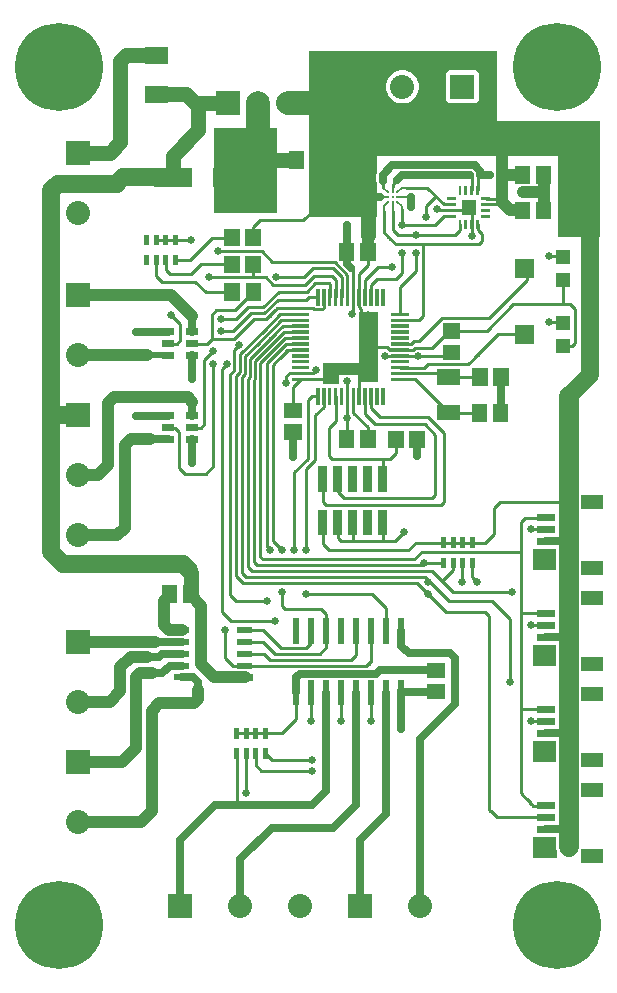
<source format=gbr>
G04 start of page 2 for group 0 idx 0 *
G04 Title: (unknown), component *
G04 Creator: pcb 4.0.2 *
G04 CreationDate: Wed Jul  1 19:07:19 2020 UTC *
G04 For: ndholmes *
G04 Format: Gerber/RS-274X *
G04 PCB-Dimensions (mil): 2000.00 3200.00 *
G04 PCB-Coordinate-Origin: lower left *
%MOIN*%
%FSLAX25Y25*%
%LNTOP*%
%ADD28C,0.0450*%
%ADD27C,0.0480*%
%ADD26C,0.1285*%
%ADD25C,0.0120*%
%ADD24C,0.0260*%
%ADD23C,0.0095*%
%ADD22C,0.0787*%
%ADD21C,0.2937*%
%ADD20C,0.0060*%
%ADD19C,0.0400*%
%ADD18C,0.0200*%
%ADD17C,0.0800*%
%ADD16C,0.0600*%
%ADD15C,0.0500*%
%ADD14C,0.0650*%
%ADD13C,0.0250*%
%ADD12C,0.0100*%
%ADD11C,0.0001*%
G54D11*G36*
X175000Y46500D02*X182750D01*
Y43000D01*
X182789Y42333D01*
X182946Y41683D01*
X183000Y41551D01*
Y39500D01*
X175000D01*
Y46500D01*
G37*
G36*
Y78500D02*X182750D01*
Y71500D01*
X175000D01*
Y78500D01*
G37*
G36*
Y110500D02*X182750D01*
Y103500D01*
X175000D01*
Y110500D01*
G37*
G36*
X68600Y282600D02*X89800D01*
Y254500D01*
X68600D01*
Y282600D01*
G37*
G36*
X117546Y221500D02*X123500D01*
Y198000D01*
X117000D01*
Y221455D01*
X117152Y221443D01*
X117387Y221462D01*
X117546Y221500D01*
G37*
G36*
X106500Y204500D02*X120000D01*
Y200500D01*
X106500D01*
Y204500D01*
G37*
G36*
X105000D02*X110500D01*
Y197500D01*
X105000D01*
Y204500D01*
G37*
G36*
X175000Y142500D02*X182750D01*
Y135500D01*
X175000D01*
Y142500D01*
G37*
G36*
X151500Y308500D02*X163000D01*
Y273500D01*
X151500D01*
Y291007D01*
X155735Y291014D01*
X155965Y291069D01*
X156183Y291159D01*
X156384Y291283D01*
X156564Y291436D01*
X156717Y291616D01*
X156841Y291817D01*
X156931Y292035D01*
X156986Y292265D01*
X157000Y292500D01*
X156986Y300735D01*
X156931Y300965D01*
X156841Y301183D01*
X156717Y301384D01*
X156564Y301564D01*
X156384Y301717D01*
X156183Y301841D01*
X155965Y301931D01*
X155735Y301986D01*
X155500Y302000D01*
X151500Y301993D01*
Y308500D01*
G37*
G36*
X131492D02*X151500D01*
Y301993D01*
X147265Y301986D01*
X147035Y301931D01*
X146817Y301841D01*
X146616Y301717D01*
X146436Y301564D01*
X146283Y301384D01*
X146159Y301183D01*
X146069Y300965D01*
X146014Y300735D01*
X146000Y300500D01*
X146014Y292265D01*
X146069Y292035D01*
X146159Y291817D01*
X146283Y291616D01*
X146436Y291436D01*
X146616Y291283D01*
X146817Y291159D01*
X147035Y291069D01*
X147265Y291014D01*
X147500Y291000D01*
X151500Y291007D01*
Y273500D01*
X131492D01*
Y290984D01*
X131500Y290983D01*
X132363Y291051D01*
X133205Y291253D01*
X134005Y291584D01*
X134743Y292037D01*
X135401Y292599D01*
X135963Y293257D01*
X136416Y293995D01*
X136747Y294795D01*
X136949Y295637D01*
X137000Y296500D01*
X136949Y297363D01*
X136747Y298205D01*
X136416Y299005D01*
X135963Y299743D01*
X135401Y300401D01*
X134743Y300963D01*
X134005Y301416D01*
X133205Y301747D01*
X132363Y301949D01*
X131500Y302017D01*
X131492Y302016D01*
Y308500D01*
G37*
G36*
X103000D02*X131492D01*
Y302016D01*
X130637Y301949D01*
X129795Y301747D01*
X128995Y301416D01*
X128257Y300963D01*
X127599Y300401D01*
X127037Y299743D01*
X126584Y299005D01*
X126253Y298205D01*
X126051Y297363D01*
X125983Y296500D01*
X126051Y295637D01*
X126253Y294795D01*
X126584Y293995D01*
X127037Y293257D01*
X127599Y292599D01*
X128257Y292037D01*
X128995Y291584D01*
X129795Y291253D01*
X130637Y291051D01*
X131492Y290984D01*
Y273500D01*
X103000D01*
Y308500D01*
G37*
G36*
X154500Y285000D02*X197500D01*
Y273500D01*
X154500D01*
Y285000D01*
G37*
G36*
X183500D02*X197500D01*
Y246500D01*
X183500D01*
Y285000D01*
G37*
G36*
X100500Y308500D02*X123000D01*
Y267933D01*
X122921Y267603D01*
X122921Y267603D01*
X122893Y267250D01*
X122900Y267162D01*
Y265250D01*
X122921Y264897D01*
X123000Y264567D01*
Y260700D01*
X122800D01*
X122659Y260692D01*
X122521Y260659D01*
X122390Y260604D01*
X122269Y260530D01*
X122162Y260438D01*
X122070Y260331D01*
X121996Y260210D01*
X121941Y260079D01*
X121908Y259941D01*
X121897Y259800D01*
X121908Y259659D01*
X121941Y259521D01*
X121996Y259390D01*
X122070Y259269D01*
X122162Y259162D01*
X122269Y259070D01*
X122390Y258996D01*
X122521Y258941D01*
X122659Y258908D01*
X122800Y258900D01*
X123000D01*
Y253000D01*
X122158D01*
X122194Y253087D01*
X122279Y253439D01*
X122300Y253800D01*
X122279Y254161D01*
X122194Y254513D01*
X122056Y254847D01*
X121866Y255156D01*
X121631Y255431D01*
X121356Y255666D01*
X121047Y255856D01*
X120713Y255994D01*
X120361Y256079D01*
X120000Y256107D01*
X119639Y256079D01*
X119287Y255994D01*
X118953Y255856D01*
X118644Y255666D01*
X118369Y255431D01*
X118134Y255156D01*
X117944Y254847D01*
X117806Y254513D01*
X117721Y254161D01*
X117693Y253800D01*
X117721Y253439D01*
X117806Y253087D01*
X117842Y253000D01*
X100500D01*
Y308500D01*
G37*
G54D12*X145668Y200942D02*X146900Y199710D01*
X135826Y198974D02*X146995Y187805D01*
X146905Y199705D02*X146800Y199810D01*
X157357Y199705D02*X146905D01*
G54D13*X164343Y187805D02*Y199605D01*
X164443Y199705D01*
G54D12*X157500Y199848D02*X157357Y199705D01*
X157257Y187805D02*X146995D01*
G54D13*X136500Y173500D02*Y178893D01*
X136443Y178950D01*
G54D12*X140000Y186500D02*X145500Y181000D01*
X139000Y184000D02*X142500Y180500D01*
X130735Y200942D02*X145668D01*
X130735Y198974D02*X135826D01*
X130735Y202911D02*X138911D01*
X140000Y204000D01*
X135700Y209400D02*X141300D01*
X132000Y210784D02*X134484D01*
X135500Y211800D01*
X137000D01*
X130735Y218658D02*X137158D01*
X131152Y206800D02*X131200Y206848D01*
X135600Y206800D02*X125800D01*
X133884Y208816D02*X135116D01*
X135700Y209400D01*
X130735Y210784D02*X133284D01*
X130700Y208816D02*X135016D01*
X130516D02*X127284D01*
X126500Y209600D01*
X122900D01*
X137158Y218658D02*X138500Y220000D01*
X146986Y215086D02*X143000Y211100D01*
X138300Y213100D02*X144700Y219500D01*
X137000Y211800D02*X139100Y213900D01*
X144700Y219500D02*X159800D01*
X160500D02*X157500D01*
X146986Y215086D02*X159586D01*
X141300Y209400D02*X143600Y211700D01*
X135700Y206800D02*X146700D01*
X147900Y208000D01*
X140000Y204000D02*X153500D01*
X157000Y207500D01*
X163500Y214000D02*X155500Y206000D01*
G54D14*X187000Y43000D02*Y193500D01*
G54D13*X186969Y49031D02*X187000Y49000D01*
X186969Y81031D02*X187000Y81000D01*
X186969Y113031D02*X187000Y113000D01*
X186969Y145031D02*X187000Y145000D01*
X179500Y113031D02*X186969D01*
G54D12*X171000Y89000D02*X179406D01*
X179500Y88906D01*
X171000Y151500D02*Y61000D01*
Y121000D02*X179406D01*
X179500Y120906D01*
X174500Y117000D02*X179469D01*
X179500Y116969D01*
G54D13*X131200Y115050D02*Y110200D01*
G54D12*X126200Y115050D02*Y122800D01*
X121500Y127500D01*
X127500Y131000D02*X122500D01*
X126000D02*X133000D01*
X128000Y133000D02*X135000D01*
X138000Y141500D02*X135500Y139000D01*
X131500D01*
X138000Y137000D02*X131000D01*
X141500Y135000D02*X148500Y128000D01*
X139000Y133000D02*X147000Y125000D01*
X136500Y131000D02*X146000Y121500D01*
X148500Y135500D02*X144750Y131750D01*
X145351Y137804D02*X138804D01*
X138000Y137000D01*
X132000Y135000D02*X141500D01*
X133500Y133000D02*X139000D01*
X132000Y131000D02*X136500D01*
X145500Y181000D02*Y158000D01*
X122500Y184000D02*X139000D01*
X142500Y180500D02*Y160500D01*
X141500Y159500D01*
X145500Y158000D02*X144500Y157000D01*
G54D13*X179500Y49031D02*X186969D01*
G54D12*X179500Y56906D02*X175094D01*
X173000Y59000D01*
X174250Y57750D01*
X171000Y61000D02*X174500Y57500D01*
G54D13*X179500Y81031D02*X186969D01*
G54D12*X179469Y85000D02*X179500Y84969D01*
X174500Y85000D02*X179469D01*
X160500Y120000D02*Y55469D01*
X163000Y52969D01*
X160984Y54984D01*
X179500Y52969D02*X163000D01*
X167500Y98000D02*Y119000D01*
X148500Y128000D02*X165500D01*
X147000Y125000D02*X154500D01*
X153500D02*X161500D01*
X146000Y121500D02*X159000D01*
X148500Y137804D02*Y135500D01*
X151500Y131500D02*Y137654D01*
X151650Y137804D01*
X154799D02*Y133201D01*
X156500Y131500D01*
X161500Y125000D02*X163500Y123000D01*
X159000Y121500D02*X160500Y120000D01*
X168000Y128000D02*X165000D01*
X167500Y119000D02*X163000Y123500D01*
G54D13*X126200Y94550D02*Y57800D01*
Y78500D02*Y54200D01*
X116200Y94550D02*Y57200D01*
X117500Y23500D02*Y45500D01*
X121500Y49500D01*
X126200Y54200D02*X118500Y46500D01*
X116200Y57200D02*X108500Y49500D01*
X137500Y79000D02*Y23500D01*
X131200Y82500D02*Y94550D01*
X142800Y94900D02*X131300D01*
X131200Y95000D01*
X122900Y100900D02*X124100Y102100D01*
X131200Y110200D02*X133600Y107800D01*
X147400D01*
X149100Y106100D01*
X124100Y102100D02*X142686D01*
X142800Y101986D01*
X149100Y106100D02*Y90600D01*
X137500Y79000D01*
X179500Y145031D02*X186969D01*
G54D12*X174500Y149000D02*X179469D01*
X179500Y148969D01*
Y152906D02*X174406D01*
X175406D02*X172406D01*
X171000Y151500D01*
X164000Y158000D02*X187000D01*
X149500Y141500D02*X171000D01*
X115184Y190000D02*Y187816D01*
X121089Y193265D02*Y189411D01*
X124000Y186500D01*
X140000D01*
X119121Y193265D02*Y187379D01*
X115184Y187816D02*X120000Y183000D01*
Y179043D01*
X119121Y187379D02*X122500Y184000D01*
X120000Y179043D02*X120043Y179000D01*
X123000Y172500D02*X108000D01*
X122500D02*X127500D01*
X129000Y174000D01*
X129357Y178950D02*Y174357D01*
X128500Y173500D01*
X125000Y165750D02*Y172500D01*
Y151250D02*Y145000D01*
X110000Y151250D02*Y146000D01*
X115000Y151250D02*Y145000D01*
X110000Y165750D02*Y161500D01*
X112000Y159500D01*
X110000Y146000D02*X111000Y145000D01*
X129000D01*
X132000Y148000D01*
X141500Y159500D02*X115000D01*
X112000D02*X118500D01*
X141500Y144500D02*X159000D01*
X151000Y141500D02*X138000D01*
X133500Y142000D02*X136000Y144500D01*
X143000D01*
X159000D02*X162000Y147500D01*
Y156000D01*
X164000Y158000D01*
G54D15*X23500Y274500D02*X34000D01*
X37500Y278000D01*
Y305000D01*
X39500Y307000D01*
X49500D01*
X55000Y273500D02*Y266000D01*
G54D16*Y266500D02*X38500D01*
X36500Y264500D01*
X36250Y264250D02*X16750D01*
X14500Y262000D01*
G54D15*X49500Y294000D02*X59500D01*
X62500Y291000D01*
X73500D01*
X63500Y282000D02*X55000Y273500D01*
X63500Y282000D02*Y290500D01*
G54D17*X83500Y291000D02*Y282500D01*
G54D15*X96157Y272200D02*X87400D01*
G54D17*X93500Y291000D02*X105500D01*
G54D18*X53300Y207000D02*X45500D01*
G54D19*X24500D02*X46500D01*
X23500Y227000D02*X54500D01*
G54D13*X53400Y214800D02*X42800D01*
G54D16*X23500Y187000D02*X14500D01*
Y262000D02*Y141500D01*
G54D12*X49525Y238709D02*Y233475D01*
X51500Y231500D01*
X52675Y238709D02*Y235325D01*
X54000Y234000D01*
X49525Y245405D02*X55824D01*
X55690Y245500D02*X55595Y245405D01*
G54D19*X54500Y227000D02*X61500Y220000D01*
G54D12*X57500Y217500D02*X54500Y220500D01*
X66400Y210900D02*X68000Y212500D01*
G54D13*X61500Y207000D02*Y199000D01*
G54D12*X68000Y212500D02*Y217000D01*
G54D13*X61500Y214800D02*Y220000D01*
G54D12*Y210900D02*X66400D01*
X53300D02*X56400D01*
X57500Y212000D01*
Y217500D01*
X51500Y231500D02*X62500D01*
X54000Y234000D02*X61000D01*
X63000Y236000D01*
X64300Y237300D02*X62000Y235000D01*
X55824Y238709D02*X60709D01*
X62500Y231500D02*X66000Y228000D01*
X80000Y233000D02*X67000D01*
X66000Y228000D02*X74757D01*
X75843Y222000D02*X81843Y228000D01*
X76000Y219000D02*X80000Y223000D01*
X84000D01*
X84100Y191900D02*Y139900D01*
X74238Y245824D02*X74714Y246300D01*
X81800D02*Y249800D01*
X84000Y252000D01*
X74414Y246000D02*X74707Y246293D01*
X74714Y237300D02*X69200D01*
X81800D02*Y233200D01*
X82000Y233000D01*
X70000Y241600D02*X84600D01*
X71000Y237300D02*X64300D01*
X60709Y238709D02*X68000Y246000D01*
X74414D01*
X61000Y245500D02*X55690D01*
G54D20*X126725Y261375D02*X125200Y262900D01*
X129875Y261375D02*X131400Y262900D01*
X128300Y261375D02*Y263300D01*
G54D12*Y263100D02*Y264000D01*
X131400Y267100D01*
X125300Y248000D02*Y255200D01*
X125150Y262950D02*Y267050D01*
X125100Y267100D01*
G54D20*X129875Y259800D02*X134600D01*
X126725D02*X122800D01*
G54D12*X128300Y253000D02*Y248700D01*
X131400Y255900D02*Y250600D01*
X131500Y250500D01*
X131453Y253347D02*X131400Y253400D01*
G54D15*X120000Y247200D02*Y254500D01*
Y253400D02*Y260700D01*
G54D13*X124000Y259800D02*X120600D01*
X151200Y267100D02*X131600D01*
X147600Y270300D02*X128200D01*
X125150Y267250D01*
Y265250D01*
X133600Y267100D02*X131400D01*
X129600Y265300D01*
G54D20*X131400Y262900D02*X133300D01*
G54D12*X132600D02*X139800D01*
G54D20*X129875Y258225D02*X131400Y256700D01*
Y254700D01*
X128300Y258225D02*Y254700D01*
X126725Y258225D02*X125300Y256800D01*
Y254700D01*
G54D12*X128300Y252400D02*Y255200D01*
G54D13*X134500Y256400D02*Y259800D01*
G54D12*X139500Y256800D02*X142700Y260000D01*
X139500Y253000D02*Y256800D01*
X127400Y245900D02*X125300Y248000D01*
X157000Y244000D02*X129300D01*
X130000Y247000D02*X147500D01*
X131500Y250500D02*X142500D01*
X129300Y244000D02*X126400Y246900D01*
X150747Y250641D02*Y248747D01*
X149000Y247000D01*
X144500D01*
X142500Y250500D02*X144000Y252000D01*
X148041Y253347D02*X145347D01*
X143500Y251500D01*
X154684Y250641D02*Y255316D01*
X154700Y250684D02*X154684Y250700D01*
X156653Y250641D02*Y248847D01*
X154684Y255316D02*X153700Y256300D01*
X154700Y246600D02*Y250684D01*
X156653Y248847D02*X158000Y247500D01*
Y245000D01*
X157000Y244000D01*
X156653Y261959D02*Y266453D01*
X154684Y261959D02*Y266416D01*
G54D19*X178500Y261300D02*X171600D01*
X178643Y267100D02*Y255343D01*
X178686Y255300D01*
G54D12*X156653Y266453D02*X157400Y267200D01*
X154684Y266416D02*X154000Y267100D01*
G54D13*X150800D01*
X157400Y267200D02*X160600D01*
X157400D02*Y268500D01*
G54D19*X171557Y267100D02*X164600D01*
G54D13*X157400Y268500D02*X156000Y269900D01*
X147100Y270300D02*X155600D01*
X156700Y269200D01*
G54D19*X164600Y272700D02*Y266200D01*
Y268300D02*Y258000D01*
Y277200D02*Y270700D01*
G54D12*X139800Y262900D02*X145400Y257300D01*
X143684Y255316D02*X143100Y255900D01*
X145400Y257300D02*X148024D01*
X148041Y257284D01*
X148700Y255316D02*X152716D01*
X153700Y256300D01*
X148041Y255316D02*X143684D01*
X159359Y259253D02*X163853D01*
X164200Y259600D01*
X159359Y257284D02*X163884D01*
X164200Y257600D01*
G54D19*X171600Y255300D02*X167300D01*
X164600Y258000D01*
G54D12*X172500Y214000D02*X163500D01*
X173000Y236000D02*Y232000D01*
X160500Y219500D01*
X159586Y215086D02*X168500Y224000D01*
X180500Y218000D02*X184951D01*
X185050Y217900D01*
X189000Y222500D02*Y211000D01*
X188000Y210000D01*
X185150D01*
X185050Y210100D01*
X180500Y240000D02*X184951D01*
X185050Y239900D01*
G54D16*X194000Y248500D02*Y200500D01*
X187000Y193500D01*
G54D12*X185000Y226000D02*Y232050D01*
X185050Y232100D01*
X168500Y224000D02*X187500D01*
X189000Y222500D01*
X185000Y224000D02*Y227000D01*
X138500Y220000D02*Y244000D01*
X128300Y248700D02*X130000Y247000D01*
X123000Y232500D02*X129500D01*
X131500Y234500D01*
Y241000D01*
X123500Y236500D02*X128000D01*
X130735Y220626D02*Y229735D01*
X136000Y235000D01*
Y241000D01*
X121089Y226300D02*Y230589D01*
X123000Y232500D01*
X119121Y226300D02*Y232121D01*
X113216Y226335D02*Y230084D01*
X115184Y226300D02*Y231616D01*
Y230500D02*Y235316D01*
Y234000D02*Y235316D01*
X113216Y229500D02*Y233784D01*
Y233216D02*Y233784D01*
X117152Y226652D02*Y234152D01*
Y226752D02*Y222948D01*
X115184Y226600D02*Y221384D01*
X114600Y220800D01*
X117152Y222948D02*X117700Y222400D01*
Y219700D01*
X111248Y226335D02*Y229752D01*
X107311Y226335D02*Y230689D01*
X107000Y231000D02*X107311Y230689D01*
X109279Y226300D02*Y232221D01*
X111248Y229248D02*Y233252D01*
X115184Y235316D02*X114500Y236000D01*
G54D13*X113000Y250500D02*Y237500D01*
X114500Y236000D01*
G54D12*X111248Y233252D02*X108500Y236000D01*
X113216Y233784D02*X109000Y238000D01*
X108000Y233500D02*X109250Y232250D01*
X108500Y236000D02*X109800Y234700D01*
X119121Y232121D02*X123500Y236500D01*
X117152Y234152D02*X120000Y237000D01*
Y241457D01*
X120043Y241500D01*
G54D19*X120000Y241000D02*Y251500D01*
G54D12*X105342Y222842D02*X104800Y222300D01*
X102200D01*
X101700Y222800D01*
X100335Y226335D02*X99500Y225500D01*
X105342Y226335D02*Y222842D01*
X99750Y228250D02*X102500Y231000D01*
X107000D01*
X103374Y226335D02*X100335D01*
X99000Y230500D02*X102000Y233500D01*
X83500Y223000D02*X85000D01*
X90250Y228250D01*
X99750D01*
X99500Y225500D02*X90000D01*
X88500Y230500D02*X99000D01*
X90000Y225500D02*X85500Y221000D01*
X79500Y233000D02*X86000D01*
X89500D02*X98700D01*
X86000D02*X88500Y230500D01*
X84000Y252000D02*X98500D01*
X104250Y257750D01*
X109000Y238000D02*X98000D01*
X102000Y233500D02*X108000D01*
X95500Y238000D02*X99000D01*
X101700Y236000D02*X108500D01*
X84600Y241600D02*X88200Y238000D01*
X99500D01*
X98700Y233000D02*X101700Y236000D01*
X81500Y135000D02*X133000D01*
X83000Y137000D02*X133000D01*
X85000Y139000D02*X133000D01*
X79500Y133000D02*X129500D01*
X88300Y145200D02*X91500Y142000D01*
X95500Y162500D02*Y142000D01*
X99500Y163500D02*Y142000D01*
X95500Y161000D02*Y168000D01*
X105000Y151250D02*Y144000D01*
X144500Y157000D02*X106000D01*
X105000Y158000D01*
Y144000D02*X107000Y142000D01*
X105000Y158000D02*Y165750D01*
X107000Y142000D02*X133500D01*
X86400Y192600D02*Y143100D01*
X82000Y192000D02*Y138000D01*
X83000Y137000D01*
X84100Y139900D02*X85000Y139000D01*
X86400Y143100D02*X87500Y142000D01*
X88300Y191800D02*Y145200D01*
X95500Y168000D02*X100000Y172500D01*
X99500Y169000D02*X102500Y172000D01*
X108000Y172500D02*X107000Y173500D01*
X99500Y162000D02*Y169000D01*
X105342Y193300D02*Y189842D01*
X102500Y187000D01*
X100000Y172500D02*Y192000D01*
X103374Y193300D02*X101300D01*
X100000Y192000D01*
X102500Y172000D02*Y187000D01*
X107000Y173500D02*Y182700D01*
X108300Y184000D01*
G54D19*X23500Y91500D02*X34000D01*
X23500Y71500D02*X38000D01*
X42750Y76250D01*
Y99750D01*
X48000Y55000D02*Y88500D01*
X23500Y51500D02*X44500D01*
X48000Y55000D01*
G54D13*X69000Y57000D02*X57500Y45500D01*
Y23500D01*
G54D12*X76351Y74304D02*Y57149D01*
X79500Y74304D02*Y61000D01*
X76351Y57149D02*X76500Y57000D01*
G54D19*X23500Y111500D02*X49000D01*
G54D13*X46063Y111437D02*X46000Y111500D01*
G54D19*X34000Y91500D02*X37500Y95000D01*
Y103000D01*
X41000Y106500D01*
G54D13*X58000Y111437D02*X46063D01*
X58000Y107500D02*X51500D01*
G54D19*X58000Y115374D02*X53626D01*
X52000Y117000D01*
Y125043D01*
X53957Y127000D01*
G54D13*X51500Y107500D02*X50500Y106500D01*
X44500D01*
X58000Y103563D02*X54063D01*
X51500Y101000D01*
X46500D01*
G54D19*X41000Y106500D02*X46500D01*
X42750Y99750D02*X44000Y101000D01*
X48000D01*
Y88500D02*X50500Y91000D01*
X55500D01*
X54500D02*X62000D01*
X63500Y92500D01*
G54D13*X58000Y99626D02*X61874D01*
X63500Y98000D01*
G54D19*X79000Y99626D02*X68874D01*
X64500Y104000D01*
G54D12*X79500Y103563D02*X74937D01*
G54D13*X63500Y98000D02*Y93500D01*
G54D19*Y92500D02*Y95500D01*
G54D12*X74937Y103563D02*X72500Y106000D01*
X74250Y104250D01*
G54D19*X64500Y104000D02*Y123543D01*
X61043Y127000D01*
G54D12*X74500Y118500D02*X71500Y121500D01*
X76000Y125000D02*X74000Y127000D01*
X72500Y115500D02*Y106000D01*
X113200Y186000D02*Y193284D01*
X113216Y193300D01*
X115184Y193265D02*Y188316D01*
X113200Y193000D02*Y198400D01*
Y185500D02*Y181243D01*
X112000Y180043D01*
X109279Y193300D02*Y184979D01*
X107600Y183300D01*
G54D13*X95000Y173000D02*Y181457D01*
G54D12*X117152Y193300D02*Y201752D01*
X97900Y198974D02*X105974D01*
X97258Y200942D02*X101742D01*
X102900Y202100D01*
X101700Y222800D02*X96000D01*
X68000Y216500D02*Y220500D01*
X65500Y205500D02*X68500Y208500D01*
X68000Y220500D02*X69500Y222000D01*
X75843D01*
X71000Y219000D02*X76000D01*
X68000Y212500D02*X75500D01*
X71000Y215000D02*X75000D01*
X82000Y219000D02*X86000D01*
X89000Y222000D01*
X89800Y222800D02*X87250Y220250D01*
X85500Y221000D02*X81000D01*
X76000Y216000D01*
X75500Y212500D02*X82000Y219000D01*
X75000Y215000D02*X78000Y218000D01*
X91158Y218658D02*X83000Y210500D01*
X90726Y220626D02*X84600Y214500D01*
X91589Y216689D02*X87200Y212300D01*
X95043Y190000D02*Y196317D01*
X97700Y198974D01*
X92900Y197700D02*Y200100D01*
X93700Y200900D01*
X98542Y200942D02*X93742D01*
X93350Y200550D01*
X75500Y207000D02*Y202000D01*
X77400Y201400D02*Y207300D01*
X79100Y200700D02*Y206600D01*
X77400Y206300D02*Y207300D01*
X80750Y204100D02*Y205850D01*
X75500Y206100D02*Y208900D01*
X77000Y210400D01*
X79100Y206600D02*X83250Y210750D01*
X82400Y205100D02*X84100Y206800D01*
X77400Y207300D02*X86300Y216200D01*
X80750Y205850D02*X89400Y214500D01*
X92021Y214721D02*X83300Y206000D01*
X92452Y212752D02*X85000Y205300D01*
X84100Y204400D02*X86000Y206300D01*
X86400Y204300D02*X87100Y205000D01*
X92884Y210784D02*X86800Y204700D01*
X88300Y203800D02*X93200Y208700D01*
X93316Y208816D02*X90750Y206250D01*
X76000Y199500D02*Y190500D01*
X78000Y199000D02*Y191000D01*
X80750Y199850D02*Y205850D01*
X82400Y200100D02*Y205100D01*
X84100Y198700D02*Y204400D01*
X80000Y198500D02*Y190500D01*
X82000Y198000D02*Y190500D01*
X82400Y199100D02*Y201100D01*
X80000Y199100D02*X80750Y199850D01*
X82000Y197000D02*Y198700D01*
X82400Y199100D01*
X84100Y199600D02*Y190500D01*
X86400Y190400D02*Y204300D01*
X88300Y190400D02*Y203800D01*
X98000Y222800D02*X89800D01*
X97700Y218658D02*X91158D01*
X97665Y220626D02*X90726D01*
X97700Y216689D02*X91589D01*
X97700Y214721D02*X92021D01*
X97700Y212752D02*X92452D01*
X97700Y210784D02*X92884D01*
X97700Y208816D02*X93316D01*
G54D13*X53300Y186800D02*X42700D01*
G54D12*X53200Y183000D02*X53300Y182900D01*
X55600D01*
X57000Y181500D01*
X61500Y182900D02*X64400D01*
X65500Y184000D01*
G54D19*X60000Y193000D02*X61500Y191500D01*
G54D12*X71500Y200000D02*Y202500D01*
G54D13*X61500Y186800D02*Y191500D01*
G54D12*X65500Y184000D02*Y205500D01*
G54D16*X14500Y141500D02*X18500Y137500D01*
G54D19*X23500Y147000D02*X36500D01*
X39000Y149500D01*
G54D16*X18500Y137500D02*X58500D01*
X60500Y135500D01*
G54D19*Y128543D02*X60543Y128500D01*
G54D15*X61000Y127000D02*Y134500D01*
G54D19*X59000Y136500D01*
G54D12*X71500Y158000D02*Y135500D01*
Y121500D02*Y137000D01*
X74000Y127000D02*Y156500D01*
G54D19*X23500Y167000D02*X30000D01*
X33500Y170500D01*
X39000Y149500D02*Y177000D01*
X33500Y170500D02*Y191000D01*
X35500Y193000D01*
X39000Y177000D02*X41000Y179000D01*
X47500D01*
X35500Y193000D02*X60000D01*
G54D13*X53300Y179000D02*X48500D01*
X61500D02*Y171000D01*
G54D12*X75500Y202000D02*X74000Y200500D01*
X76000Y200000D02*X77400Y201400D01*
X57000Y181500D02*Y169500D01*
X68500Y170000D02*X66000Y167500D01*
X63000D01*
X71500Y201500D02*Y156000D01*
X74000Y200500D02*Y153000D01*
Y200500D02*Y199000D01*
X57000Y169500D02*X59000Y167500D01*
X64000D01*
X68500Y204000D02*Y170000D01*
X71500Y202500D02*X73000Y204000D01*
X76000Y198400D02*Y200000D01*
X78000Y198600D02*Y199600D01*
X79100Y200700D01*
X80000Y196200D02*Y199100D01*
X76000Y195000D02*Y133500D01*
X78500Y131000D01*
X78000Y193000D02*Y134500D01*
X79500Y133000D01*
X80000Y192000D02*Y136500D01*
X79000Y103563D02*X119563D01*
X114500Y105500D02*X87500D01*
G54D13*X97500Y100900D02*X122900D01*
G54D12*X87500Y105500D02*X87000Y106000D01*
X79000Y107500D02*X85500D01*
X89000D02*X104000D01*
X102500D01*
X101200Y111200D02*X99500Y109500D01*
X91000D01*
X119563Y103563D02*X121000Y105000D01*
X121200Y115050D02*Y105200D01*
X120250Y104250D01*
X116200Y115050D02*Y107200D01*
X114500Y105500D01*
X121200Y94550D02*Y85200D01*
X121000Y85000D01*
X106200Y115050D02*Y109700D01*
X104000Y107500D01*
X101200Y94550D02*Y85200D01*
X106200Y114500D02*Y120800D01*
X101200Y115050D02*Y111200D01*
G54D13*X96200Y94900D02*Y99600D01*
X97500Y100900D01*
G54D12*X92500Y122500D02*X104500D01*
X101000D01*
X111200Y94550D02*Y85200D01*
X106200Y120800D02*X104500Y122500D01*
X121500Y127500D02*X99500D01*
X78500Y131000D02*X125500D01*
G54D13*X108500Y49500D02*X88000D01*
X101500Y57000D02*X69000D01*
X88000Y49500D02*X77500Y39000D01*
Y23500D01*
G54D12*X85500Y107500D02*X87500Y105500D01*
X85063Y111437D02*X89000Y107500D01*
X91000Y109500D02*X86000Y114500D01*
X85126Y115374D02*X87750Y112750D01*
X79000Y111437D02*X85063D01*
X79000Y115374D02*X85126D01*
X89000Y118500D02*X74500D01*
X86500Y125000D02*X76000D01*
X80000Y136500D02*X81500Y135000D01*
X91500Y128000D02*Y123500D01*
X92500Y122500D01*
X76351Y81000D02*X85799D01*
X91500D02*X82500D01*
X88103Y72000D02*X85799Y74304D01*
X82650D02*Y70350D01*
X84500Y68500D01*
X87500D01*
X96200Y94550D02*Y85700D01*
X91500Y81000D01*
X101500Y72000D02*X88103D01*
X101500Y68500D02*X86500D01*
X111200Y85200D02*X111000Y85000D01*
G54D13*X106200Y94550D02*Y61700D01*
X101500Y57000D01*
G54D12*X101200Y85200D02*X101000Y85000D01*
G54D21*X17000Y17000D03*
G54D11*G36*
X53500Y27500D02*Y19500D01*
X61500D01*
Y27500D01*
X53500D01*
G37*
G54D17*X77500Y23500D03*
X97500D03*
G54D11*G36*
X113500Y27500D02*Y19500D01*
X121500D01*
Y27500D01*
X113500D01*
G37*
G54D17*X137500Y23500D03*
G54D21*X183000Y17000D03*
G54D11*G36*
X19500Y191000D02*Y183000D01*
X27500D01*
Y191000D01*
X19500D01*
G37*
G54D17*X23500Y167000D03*
Y147000D03*
G54D11*G36*
X19500Y115500D02*Y107500D01*
X27500D01*
Y115500D01*
X19500D01*
G37*
G54D17*X23500Y91500D03*
G54D11*G36*
X19500Y75500D02*Y67500D01*
X27500D01*
Y75500D01*
X19500D01*
G37*
G54D17*X23500Y51500D03*
G54D22*X93500Y291000D03*
X83500D03*
G54D11*G36*
X69563Y294937D02*Y287063D01*
X77437D01*
Y294937D01*
X69563D01*
G37*
G36*
X19500Y231000D02*Y223000D01*
X27500D01*
Y231000D01*
X19500D01*
G37*
G54D17*X23500Y207000D03*
G54D11*G36*
X19500Y278500D02*Y270500D01*
X27500D01*
Y278500D01*
X19500D01*
G37*
G54D17*X23500Y254500D03*
G54D21*X17000Y303000D03*
X183000D03*
G54D11*G36*
X147500Y300500D02*Y292500D01*
X155500D01*
Y300500D01*
X147500D01*
G37*
G54D17*X131500Y296500D03*
G54D11*G36*
X122602Y181952D02*X117484D01*
Y176048D01*
X122602D01*
Y181952D01*
G37*
G36*
X115516D02*X110398D01*
Y176048D01*
X115516D01*
Y181952D01*
G37*
G36*
X131916Y181902D02*X126798D01*
Y175998D01*
X131916D01*
Y181902D01*
G37*
G36*
X139002D02*X133884D01*
Y175998D01*
X139002D01*
Y181902D01*
G37*
G36*
X59500Y180200D02*Y177800D01*
X63500D01*
Y180200D01*
X59500D01*
G37*
G36*
Y184100D02*Y181700D01*
X63500D01*
Y184100D01*
X59500D01*
G37*
G36*
Y188000D02*Y185600D01*
X63500D01*
Y188000D01*
X59500D01*
G37*
G36*
X51300D02*Y185600D01*
X55300D01*
Y188000D01*
X51300D01*
G37*
G36*
Y184100D02*Y181700D01*
X55300D01*
Y184100D01*
X51300D01*
G37*
G36*
Y180200D02*Y177800D01*
X55300D01*
Y180200D01*
X51300D01*
G37*
G36*
X59500Y208200D02*Y205800D01*
X63500D01*
Y208200D01*
X59500D01*
G37*
G36*
Y212100D02*Y209700D01*
X63500D01*
Y212100D01*
X59500D01*
G37*
G36*
Y216000D02*Y213600D01*
X63500D01*
Y216000D01*
X59500D01*
G37*
G36*
X51300Y212100D02*Y209700D01*
X55300D01*
Y212100D01*
X51300D01*
G37*
G36*
Y208200D02*Y205800D01*
X55300D01*
Y208200D01*
X51300D01*
G37*
G36*
X47212Y240480D02*X45540D01*
Y236938D01*
X47212D01*
Y240480D01*
G37*
G36*
X56660D02*X54988D01*
Y236938D01*
X56660D01*
Y240480D01*
G37*
G36*
X51300Y216000D02*Y213600D01*
X55300D01*
Y216000D01*
X51300D01*
G37*
G36*
X45750Y309750D02*Y304250D01*
X53250D01*
Y309750D01*
X45750D01*
G37*
G36*
Y296750D02*Y291250D01*
X53250D01*
Y296750D01*
X45750D01*
G37*
G36*
X50362Y240480D02*X48688D01*
Y236938D01*
X50362D01*
Y240480D01*
G37*
G36*
X53512D02*X51838D01*
Y236938D01*
X53512D01*
Y240480D01*
G37*
G36*
X48858Y269450D02*Y263150D01*
X61457D01*
Y269450D01*
X48858D01*
G37*
G36*
X56660Y247176D02*X54988D01*
Y243634D01*
X56660D01*
Y247176D01*
G37*
G36*
X53512D02*X51838D01*
Y243634D01*
X53512D01*
Y247176D01*
G37*
G36*
X50362D02*X48688D01*
Y243634D01*
X50362D01*
Y247176D01*
G37*
G36*
X47212D02*X45540D01*
Y243634D01*
X47212D01*
Y247176D01*
G37*
G36*
X68543Y269450D02*Y263150D01*
X81142D01*
Y269450D01*
X68543D01*
G37*
G36*
X77273Y249252D02*X72155D01*
Y243348D01*
X77273D01*
Y249252D01*
G37*
G36*
X84359D02*X79241D01*
Y243348D01*
X84359D01*
Y249252D01*
G37*
G36*
X77273Y240252D02*X72155D01*
Y234348D01*
X77273D01*
Y240252D01*
G37*
G36*
X77316Y230952D02*X72198D01*
Y225048D01*
X77316D01*
Y230952D01*
G37*
G36*
X84359Y240252D02*X79241D01*
Y234348D01*
X84359D01*
Y240252D01*
G37*
G36*
X84402Y230952D02*X79284D01*
Y225048D01*
X84402D01*
Y230952D01*
G37*
G36*
X122602Y244452D02*X117484D01*
Y238548D01*
X122602D01*
Y244452D01*
G37*
G36*
X115516D02*X110398D01*
Y238548D01*
X115516D01*
Y244452D01*
G37*
G36*
X105802Y275152D02*X100684D01*
Y269248D01*
X105802D01*
Y275152D01*
G37*
G54D23*X126725Y258225D03*
Y259800D03*
Y261375D03*
X128300Y258225D03*
Y259800D03*
Y261375D03*
X129875D03*
Y258225D03*
Y259800D03*
G54D11*G36*
X174159Y258252D02*X169041D01*
Y252348D01*
X174159D01*
Y258252D01*
G37*
G36*
X175400Y217151D02*X169100D01*
Y210850D01*
X175400D01*
Y217151D01*
G37*
G36*
Y239151D02*X169100D01*
Y232850D01*
X175400D01*
Y239151D01*
G37*
G36*
X181245Y258252D02*X176127D01*
Y252348D01*
X181245D01*
Y258252D01*
G37*
G36*
X187400Y212450D02*X182700D01*
Y207749D01*
X187400D01*
Y212450D01*
G37*
G36*
Y220251D02*X182700D01*
Y215550D01*
X187400D01*
Y220251D01*
G37*
G36*
Y234450D02*X182700D01*
Y229749D01*
X187400D01*
Y234450D01*
G37*
G36*
Y242251D02*X182700D01*
Y237550D01*
X187400D01*
Y242251D01*
G37*
G36*
X174116Y270052D02*X168998D01*
Y264148D01*
X174116D01*
Y270052D01*
G37*
G36*
X181202D02*X176084D01*
Y264148D01*
X181202D01*
Y270052D01*
G37*
G36*
X151239Y252166D02*X150255D01*
Y249115D01*
X151239D01*
Y252166D01*
G37*
G36*
X153208D02*X152224D01*
Y249115D01*
X153208D01*
Y252166D01*
G37*
G36*
X155176D02*X154192D01*
Y249115D01*
X155176D01*
Y252166D01*
G37*
G36*
X157145D02*X156161D01*
Y249115D01*
X157145D01*
Y252166D01*
G37*
G36*
X157834Y253839D02*Y252855D01*
X160885D01*
Y253839D01*
X157834D01*
G37*
G36*
Y255808D02*Y254824D01*
X160885D01*
Y255808D01*
X157834D01*
G37*
G36*
Y257776D02*Y256792D01*
X160885D01*
Y257776D01*
X157834D01*
G37*
G36*
Y259745D02*Y258761D01*
X160885D01*
Y259745D01*
X157834D01*
G37*
G36*
X151928Y258072D02*Y254528D01*
X155472D01*
Y258072D01*
X151928D01*
G37*
G36*
X151278Y258722D02*Y253878D01*
X156122D01*
Y258722D01*
X151278D01*
G37*
G36*
X157145Y263485D02*X156161D01*
Y260434D01*
X157145D01*
Y263485D01*
G37*
G36*
X155176D02*X154192D01*
Y260434D01*
X155176D01*
Y263485D01*
G37*
G36*
X153208D02*X152224D01*
Y260434D01*
X153208D01*
Y263485D01*
G37*
G36*
X151239D02*X150255D01*
Y260434D01*
X151239D01*
Y263485D01*
G37*
G36*
X146515Y259745D02*Y258761D01*
X149566D01*
Y259745D01*
X146515D01*
G37*
G36*
Y257776D02*Y256792D01*
X149566D01*
Y257776D01*
X146515D01*
G37*
G36*
Y255808D02*Y254824D01*
X149566D01*
Y255808D01*
X146515D01*
G37*
G36*
Y253839D02*Y252855D01*
X149566D01*
Y253839D01*
X146515D01*
G37*
G36*
X144948Y217645D02*Y212527D01*
X150852D01*
Y217645D01*
X144948D01*
G37*
G36*
Y210559D02*Y205441D01*
X150852D01*
Y210559D01*
X144948D01*
G37*
G36*
X167002Y202657D02*X161884D01*
Y196753D01*
X167002D01*
Y202657D01*
G37*
G36*
X159916D02*X154798D01*
Y196753D01*
X159916D01*
Y202657D01*
G37*
G36*
X166902Y190757D02*X161784D01*
Y184853D01*
X166902D01*
Y190757D01*
G37*
G36*
X159816D02*X154698D01*
Y184853D01*
X159816D01*
Y190757D01*
G37*
G36*
X143160Y190459D02*Y185341D01*
X150640D01*
Y190459D01*
X143160D01*
G37*
G36*
Y202269D02*Y197151D01*
X150640D01*
Y202269D01*
X143160D01*
G37*
G36*
X127880Y199565D02*Y198384D01*
X133590D01*
Y199565D01*
X127880D01*
G37*
G36*
X129310D02*Y198384D01*
X132090D01*
Y199565D01*
X129310D01*
G37*
G36*
X127880Y201532D02*Y200352D01*
X133590D01*
Y201532D01*
X127880D01*
G37*
G36*
X129310D02*Y200352D01*
X132090D01*
Y201532D01*
X129310D01*
G37*
G36*
X127880Y203502D02*Y202320D01*
X133590D01*
Y203502D01*
X127880D01*
G37*
G36*
X129310D02*Y202320D01*
X132090D01*
Y203502D01*
X129310D01*
G37*
G36*
X127880Y205470D02*Y204288D01*
X133590D01*
Y205470D01*
X127880D01*
G37*
G36*
X129310D02*Y204288D01*
X132090D01*
Y205470D01*
X129310D01*
G37*
G36*
X127880Y207439D02*Y206257D01*
X133590D01*
Y207439D01*
X127880D01*
G37*
G36*
X129310D02*Y206257D01*
X132090D01*
Y207439D01*
X129310D01*
G37*
G36*
X127880Y209406D02*Y208226D01*
X133590D01*
Y209406D01*
X127880D01*
G37*
G36*
X129310D02*Y208226D01*
X132090D01*
Y209406D01*
X129310D01*
G37*
G36*
X127880Y211374D02*Y210194D01*
X133590D01*
Y211374D01*
X127880D01*
G37*
G36*
X129310D02*Y210194D01*
X132090D01*
Y211374D01*
X129310D01*
G37*
G36*
X127880Y213343D02*Y212161D01*
X133590D01*
Y213343D01*
X127880D01*
G37*
G36*
X129310D02*Y212161D01*
X132090D01*
Y213343D01*
X129310D01*
G37*
G36*
X127880Y215311D02*Y214130D01*
X133590D01*
Y215311D01*
X127880D01*
G37*
G36*
X129310D02*Y214130D01*
X132090D01*
Y215311D01*
X129310D01*
G37*
G36*
X127880Y217280D02*Y216098D01*
X133590D01*
Y217280D01*
X127880D01*
G37*
G36*
X129310D02*Y216098D01*
X132090D01*
Y217280D01*
X129310D01*
G37*
G36*
X127880Y219248D02*Y218068D01*
X133590D01*
Y219248D01*
X127880D01*
G37*
G36*
X129310D02*Y218068D01*
X132090D01*
Y219248D01*
X129310D01*
G37*
G36*
X127880Y221216D02*Y220035D01*
X133590D01*
Y221216D01*
X127880D01*
G37*
G36*
X129310D02*Y220035D01*
X132090D01*
Y221216D01*
X129310D01*
G37*
G36*
X125616Y229190D02*X124435D01*
Y223480D01*
X125616D01*
Y229190D01*
G37*
G36*
Y227691D02*X124435D01*
Y224909D01*
X125616D01*
Y227691D01*
G37*
G36*
X123648Y229190D02*X122468D01*
Y223480D01*
X123648D01*
Y229190D01*
G37*
G36*
Y227691D02*X122468D01*
Y224909D01*
X123648D01*
Y227691D01*
G37*
G36*
X103965Y196120D02*X102784D01*
Y190410D01*
X103965D01*
Y196120D01*
G37*
G36*
X107902D02*X106720D01*
Y190410D01*
X107902D01*
Y196120D01*
G37*
G36*
Y194690D02*X106720D01*
Y191910D01*
X107902D01*
Y194690D01*
G37*
G36*
X109870Y196120D02*X108688D01*
Y190410D01*
X109870D01*
Y196120D01*
G37*
G36*
Y194690D02*X108688D01*
Y191910D01*
X109870D01*
Y194690D01*
G37*
G36*
X111838Y196120D02*X110658D01*
Y190410D01*
X111838D01*
Y196120D01*
G37*
G36*
Y194690D02*X110658D01*
Y191910D01*
X111838D01*
Y194690D01*
G37*
G36*
X113806Y196120D02*X112626D01*
Y190410D01*
X113806D01*
Y196120D01*
G37*
G36*
Y194690D02*X112626D01*
Y191910D01*
X113806D01*
Y194690D01*
G37*
G36*
X115774Y196120D02*X114594D01*
Y190410D01*
X115774D01*
Y196120D01*
G37*
G36*
Y194690D02*X114594D01*
Y191910D01*
X115774D01*
Y194690D01*
G37*
G36*
X117742Y196120D02*X116562D01*
Y190410D01*
X117742D01*
Y196120D01*
G37*
G36*
Y194690D02*X116562D01*
Y191910D01*
X117742D01*
Y194690D01*
G37*
G36*
X119712Y196120D02*X118530D01*
Y190410D01*
X119712D01*
Y196120D01*
G37*
G36*
Y194690D02*X118530D01*
Y191910D01*
X119712D01*
Y194690D01*
G37*
G36*
X121680Y196120D02*X120498D01*
Y190410D01*
X121680D01*
Y196120D01*
G37*
G36*
Y194690D02*X120498D01*
Y191910D01*
X121680D01*
Y194690D01*
G37*
G36*
X123648Y196120D02*X122468D01*
Y190410D01*
X123648D01*
Y196120D01*
G37*
G36*
Y194690D02*X122468D01*
Y191910D01*
X123648D01*
Y194690D01*
G37*
G36*
X125616Y196120D02*X124435D01*
Y190410D01*
X125616D01*
Y196120D01*
G37*
G36*
Y194690D02*X124435D01*
Y191910D01*
X125616D01*
Y194690D01*
G37*
G36*
X98716Y275152D02*X93598D01*
Y269248D01*
X98716D01*
Y275152D01*
G37*
G36*
X92048Y191102D02*Y185984D01*
X97952D01*
Y191102D01*
X92048D01*
G37*
G36*
Y184016D02*Y178898D01*
X97952D01*
Y184016D01*
X92048D01*
G37*
G36*
X105932Y229190D02*X104752D01*
Y223480D01*
X105932D01*
Y229190D01*
G37*
G36*
Y227691D02*X104752D01*
Y224909D01*
X105932D01*
Y227691D01*
G37*
G36*
X103965Y229190D02*X102784D01*
Y223480D01*
X103965D01*
Y229190D01*
G37*
G36*
Y227691D02*X102784D01*
Y224909D01*
X103965D01*
Y227691D01*
G37*
G36*
Y194690D02*X102784D01*
Y191910D01*
X103965D01*
Y194690D01*
G37*
G36*
X105932Y196120D02*X104752D01*
Y190410D01*
X105932D01*
Y196120D01*
G37*
G36*
Y194690D02*X104752D01*
Y191910D01*
X105932D01*
Y194690D01*
G37*
G36*
X121680Y229190D02*X120498D01*
Y223480D01*
X121680D01*
Y229190D01*
G37*
G36*
Y227691D02*X120498D01*
Y224909D01*
X121680D01*
Y227691D01*
G37*
G36*
X119712Y229190D02*X118530D01*
Y223480D01*
X119712D01*
Y229190D01*
G37*
G36*
Y227691D02*X118530D01*
Y224909D01*
X119712D01*
Y227691D01*
G37*
G36*
X117742Y229190D02*X116562D01*
Y223480D01*
X117742D01*
Y229190D01*
G37*
G36*
Y227691D02*X116562D01*
Y224909D01*
X117742D01*
Y227691D01*
G37*
G36*
X115774Y229190D02*X114594D01*
Y223480D01*
X115774D01*
Y229190D01*
G37*
G36*
Y227691D02*X114594D01*
Y224909D01*
X115774D01*
Y227691D01*
G37*
G36*
X113806Y229190D02*X112626D01*
Y223480D01*
X113806D01*
Y229190D01*
G37*
G36*
Y227691D02*X112626D01*
Y224909D01*
X113806D01*
Y227691D01*
G37*
G36*
X111838Y229190D02*X110658D01*
Y223480D01*
X111838D01*
Y229190D01*
G37*
G36*
Y227691D02*X110658D01*
Y224909D01*
X111838D01*
Y227691D01*
G37*
G36*
X109870Y229190D02*X108688D01*
Y223480D01*
X109870D01*
Y229190D01*
G37*
G36*
Y227691D02*X108688D01*
Y224909D01*
X109870D01*
Y227691D01*
G37*
G36*
X107902Y229190D02*X106720D01*
Y223480D01*
X107902D01*
Y229190D01*
G37*
G36*
Y227691D02*X106720D01*
Y224909D01*
X107902D01*
Y227691D01*
G37*
G36*
X94810Y221216D02*Y220035D01*
X100520D01*
Y221216D01*
X94810D01*
G37*
G36*
X96310D02*Y220035D01*
X99090D01*
Y221216D01*
X96310D01*
G37*
G36*
X94810Y219248D02*Y218068D01*
X100520D01*
Y219248D01*
X94810D01*
G37*
G36*
X96310D02*Y218068D01*
X99090D01*
Y219248D01*
X96310D01*
G37*
G36*
X94810Y217280D02*Y216098D01*
X100520D01*
Y217280D01*
X94810D01*
G37*
G36*
X96310D02*Y216098D01*
X99090D01*
Y217280D01*
X96310D01*
G37*
G36*
X94810Y215311D02*Y214130D01*
X100520D01*
Y215311D01*
X94810D01*
G37*
G36*
X96310D02*Y214130D01*
X99090D01*
Y215311D01*
X96310D01*
G37*
G36*
X94810Y213343D02*Y212161D01*
X100520D01*
Y213343D01*
X94810D01*
G37*
G36*
X96310D02*Y212161D01*
X99090D01*
Y213343D01*
X96310D01*
G37*
G36*
X94810Y211374D02*Y210194D01*
X100520D01*
Y211374D01*
X94810D01*
G37*
G36*
X96310D02*Y210194D01*
X99090D01*
Y211374D01*
X96310D01*
G37*
G36*
X94810Y209406D02*Y208226D01*
X100520D01*
Y209406D01*
X94810D01*
G37*
G36*
X96310D02*Y208226D01*
X99090D01*
Y209406D01*
X96310D01*
G37*
G36*
X94810Y207439D02*Y206257D01*
X100520D01*
Y207439D01*
X94810D01*
G37*
G36*
X96310D02*Y206257D01*
X99090D01*
Y207439D01*
X96310D01*
G37*
G36*
X94810Y205470D02*Y204288D01*
X100520D01*
Y205470D01*
X94810D01*
G37*
G36*
X96310D02*Y204288D01*
X99090D01*
Y205470D01*
X96310D01*
G37*
G36*
X94810Y203502D02*Y202320D01*
X100520D01*
Y203502D01*
X94810D01*
G37*
G36*
X96310D02*Y202320D01*
X99090D01*
Y203502D01*
X96310D01*
G37*
G36*
X94810Y201532D02*Y200352D01*
X100520D01*
Y201532D01*
X94810D01*
G37*
G36*
X96310D02*Y200352D01*
X99090D01*
Y201532D01*
X96310D01*
G37*
G36*
X94810Y199565D02*Y198384D01*
X100520D01*
Y199565D01*
X94810D01*
G37*
G36*
X96310D02*Y198384D01*
X99090D01*
Y199565D01*
X96310D01*
G37*
G36*
X63602Y130452D02*X58484D01*
Y124548D01*
X63602D01*
Y130452D01*
G37*
G36*
X56516D02*X51398D01*
Y124548D01*
X56516D01*
Y130452D01*
G37*
G36*
X77188Y76075D02*X75514D01*
Y72532D01*
X77188D01*
Y76075D01*
G37*
G36*
X80336D02*X78664D01*
Y72532D01*
X80336D01*
Y76075D01*
G37*
G36*
X83486D02*X81814D01*
Y72532D01*
X83486D01*
Y76075D01*
G37*
G36*
X86636D02*X84962D01*
Y72532D01*
X86636D01*
Y76075D01*
G37*
G36*
Y82771D02*X84962D01*
Y79228D01*
X86636D01*
Y82771D01*
G37*
G36*
X83486D02*X81814D01*
Y79228D01*
X83486D01*
Y82771D01*
G37*
G36*
X77188D02*X75514D01*
Y79228D01*
X77188D01*
Y82771D01*
G37*
G36*
X80336D02*X78664D01*
Y79228D01*
X80336D01*
Y82771D01*
G37*
G36*
X76350Y100776D02*Y98476D01*
X81650D01*
Y100776D01*
X76350D01*
G37*
G36*
X76500Y104563D02*Y102563D01*
X81500D01*
Y104563D01*
X76500D01*
G37*
G36*
Y108500D02*Y106500D01*
X81500D01*
Y108500D01*
X76500D01*
G37*
G36*
Y112437D02*Y110437D01*
X81500D01*
Y112437D01*
X76500D01*
G37*
G36*
Y116374D02*Y114374D01*
X81500D01*
Y116374D01*
X76500D01*
G37*
G36*
X55500D02*Y114374D01*
X60500D01*
Y116374D01*
X55500D01*
G37*
G36*
Y112437D02*Y110437D01*
X60500D01*
Y112437D01*
X55500D01*
G37*
G36*
Y108500D02*Y106500D01*
X60500D01*
Y108500D01*
X55500D01*
G37*
G36*
Y104563D02*Y102563D01*
X60500D01*
Y104563D01*
X55500D01*
G37*
G36*
Y100626D02*Y98626D01*
X60500D01*
Y100626D01*
X55500D01*
G37*
G36*
X107200Y98800D02*X105200D01*
Y90300D01*
X107200D01*
Y98800D01*
G37*
G36*
Y119300D02*X105200D01*
Y110800D01*
X107200D01*
Y119300D01*
G37*
G36*
X112200Y98800D02*X110200D01*
Y90300D01*
X112200D01*
Y98800D01*
G37*
G36*
Y119300D02*X110200D01*
Y110800D01*
X112200D01*
Y119300D01*
G37*
G36*
X117200Y98800D02*X115200D01*
Y90300D01*
X117200D01*
Y98800D01*
G37*
G36*
Y119300D02*X115200D01*
Y110800D01*
X117200D01*
Y119300D01*
G37*
G36*
X122200Y98800D02*X120200D01*
Y90300D01*
X122200D01*
Y98800D01*
G37*
G36*
Y119300D02*X120200D01*
Y110800D01*
X122200D01*
Y119300D01*
G37*
G36*
X127200Y98800D02*X125200D01*
Y90300D01*
X127200D01*
Y98800D01*
G37*
G36*
X132200D02*X130200D01*
Y90300D01*
X132200D01*
Y98800D01*
G37*
G36*
Y119300D02*X130200D01*
Y110800D01*
X132200D01*
Y119300D01*
G37*
G36*
X127200D02*X125200D01*
Y110800D01*
X127200D01*
Y119300D01*
G37*
G36*
X139848Y104545D02*Y99427D01*
X145752D01*
Y104545D01*
X139848D01*
G37*
G36*
Y97459D02*Y92341D01*
X145752D01*
Y97459D01*
X139848D01*
G37*
G36*
X97200Y98800D02*X95200D01*
Y90300D01*
X97200D01*
Y98800D01*
G37*
G36*
X102200D02*X100200D01*
Y90300D01*
X102200D01*
Y98800D01*
G37*
G36*
Y119300D02*X100200D01*
Y110800D01*
X102200D01*
Y119300D01*
G37*
G36*
X97200D02*X95200D01*
Y110800D01*
X97200D01*
Y119300D01*
G37*
G36*
X176449Y46275D02*Y43913D01*
X182551D01*
Y46275D01*
X176449D01*
G37*
G36*
Y50212D02*Y47850D01*
X182551D01*
Y50212D01*
X176449D01*
G37*
G36*
Y54150D02*Y51788D01*
X182551D01*
Y54150D01*
X176449D01*
G37*
G36*
Y58087D02*Y55725D01*
X182551D01*
Y58087D01*
X176449D01*
G37*
G36*
X191213Y42338D02*Y37614D01*
X198299D01*
Y42338D01*
X191213D01*
G37*
G36*
Y64386D02*Y59662D01*
X198299D01*
Y64386D01*
X191213D01*
G37*
G36*
X176449Y78275D02*Y75913D01*
X182551D01*
Y78275D01*
X176449D01*
G37*
G36*
Y82212D02*Y79850D01*
X182551D01*
Y82212D01*
X176449D01*
G37*
G36*
Y86150D02*Y83788D01*
X182551D01*
Y86150D01*
X176449D01*
G37*
G36*
Y90087D02*Y87725D01*
X182551D01*
Y90087D01*
X176449D01*
G37*
G36*
Y110275D02*Y107913D01*
X182551D01*
Y110275D01*
X176449D01*
G37*
G36*
Y114212D02*Y111850D01*
X182551D01*
Y114212D01*
X176449D01*
G37*
G36*
X191213Y74338D02*Y69614D01*
X198299D01*
Y74338D01*
X191213D01*
G37*
G36*
Y96386D02*Y91662D01*
X198299D01*
Y96386D01*
X191213D01*
G37*
G36*
Y106338D02*Y101614D01*
X198299D01*
Y106338D01*
X191213D01*
G37*
G36*
Y128386D02*Y123662D01*
X198299D01*
Y128386D01*
X191213D01*
G37*
G36*
Y138338D02*Y133614D01*
X198299D01*
Y138338D01*
X191213D01*
G37*
G36*
Y160386D02*Y155662D01*
X198299D01*
Y160386D01*
X191213D01*
G37*
G36*
X176449Y118150D02*Y115788D01*
X182551D01*
Y118150D01*
X176449D01*
G37*
G36*
Y122087D02*Y119725D01*
X182551D01*
Y122087D01*
X176449D01*
G37*
G36*
Y142275D02*Y139913D01*
X182551D01*
Y142275D01*
X176449D01*
G37*
G36*
Y146212D02*Y143850D01*
X182551D01*
Y146212D01*
X176449D01*
G37*
G36*
Y150150D02*Y147788D01*
X182551D01*
Y150150D01*
X176449D01*
G37*
G36*
Y154087D02*Y151725D01*
X182551D01*
Y154087D01*
X176449D01*
G37*
G36*
X155636Y146271D02*X153963D01*
Y142728D01*
X155636D01*
Y146271D01*
G37*
G36*
X152487D02*X150814D01*
Y142728D01*
X152487D01*
Y146271D01*
G37*
G36*
X149337D02*X147664D01*
Y142728D01*
X149337D01*
Y146271D01*
G37*
G36*
X146188D02*X144515D01*
Y142728D01*
X146188D01*
Y146271D01*
G37*
G36*
Y139575D02*X144515D01*
Y136032D01*
X146188D01*
Y139575D01*
G37*
G36*
X149337D02*X147664D01*
Y136032D01*
X149337D01*
Y139575D01*
G37*
G36*
X152487D02*X150814D01*
Y136032D01*
X152487D01*
Y139575D01*
G37*
G36*
X155636D02*X153963D01*
Y136032D01*
X155636D01*
Y139575D01*
G37*
G36*
X106500Y155500D02*X103500D01*
Y147000D01*
X106500D01*
Y155500D01*
G37*
G36*
Y170000D02*X103500D01*
Y161500D01*
X106500D01*
Y170000D01*
G37*
G36*
X111500Y155500D02*X108500D01*
Y147000D01*
X111500D01*
Y155500D01*
G37*
G36*
Y170000D02*X108500D01*
Y161500D01*
X111500D01*
Y170000D01*
G37*
G36*
X116500Y155500D02*X113500D01*
Y147000D01*
X116500D01*
Y155500D01*
G37*
G36*
Y170000D02*X113500D01*
Y161500D01*
X116500D01*
Y170000D01*
G37*
G36*
X121500Y155500D02*X118500D01*
Y147000D01*
X121500D01*
Y155500D01*
G37*
G36*
Y170000D02*X118500D01*
Y161500D01*
X121500D01*
Y170000D01*
G37*
G36*
X126500Y155500D02*X123500D01*
Y147000D01*
X126500D01*
Y155500D01*
G37*
G36*
Y170000D02*X123500D01*
Y161500D01*
X126500D01*
Y170000D01*
G37*
G54D24*X75300Y260800D03*
X171600Y261300D03*
X175100D03*
X178500D03*
X87400Y264500D03*
X83300D03*
X157400Y267200D03*
X154000Y267100D03*
X160600Y267200D03*
X150800Y267100D03*
X134500Y256400D03*
Y259800D03*
X154700Y246600D03*
X143100Y255900D03*
X139500Y253000D03*
X136000Y241000D03*
X131500D03*
X128000Y236500D03*
X114500Y236000D03*
X120000Y247200D03*
X113000Y247000D03*
Y250500D03*
X120000D03*
Y253800D03*
X164400Y193700D03*
X113200Y186000D03*
Y198400D03*
X102900Y202100D03*
X136000Y247000D03*
X131500Y250500D03*
X125800Y206800D03*
X136900D03*
X114600Y220800D03*
X120100Y213800D03*
Y217100D03*
Y220400D03*
X95000Y176500D03*
X92900Y197700D03*
X180500Y240000D03*
Y218000D03*
X177500Y41500D03*
X181000D03*
X177500Y73500D03*
Y105500D03*
Y137500D03*
X174500Y85000D03*
Y117000D03*
Y149000D03*
X181000Y73500D03*
Y105500D03*
Y137500D03*
X189000Y102000D03*
X185000D03*
X67000Y233000D03*
X89500D03*
X61000Y245500D03*
X131200Y82500D03*
X137000Y102000D03*
X133500D03*
X101000Y85000D03*
X111000D03*
X121000D03*
X86500Y125000D03*
X89000Y118500D03*
X87500Y142000D03*
X91500D03*
X72500Y115500D03*
X91500Y128000D03*
X95500Y142000D03*
X99500D03*
Y127500D03*
X138804Y137804D03*
X156500Y131500D03*
X151500D03*
X168000Y128000D03*
X140000Y131500D03*
Y127500D03*
X167500Y98000D03*
X71200Y272200D03*
X75300D03*
X71200Y260800D03*
X70000Y241600D03*
X79200Y260800D03*
X87400D03*
X83300D03*
X79200Y272200D03*
X87400D03*
X83300D03*
X87400Y268200D03*
X83300D03*
X71000Y219000D03*
Y215000D03*
X79500Y61000D03*
X88000Y49000D03*
X101500Y72000D03*
Y68500D03*
X68500Y208500D03*
Y204000D03*
X73000D03*
X77000Y210400D03*
X42800Y214800D03*
X47100D03*
X52000Y122000D03*
Y118000D03*
X61500Y202500D03*
Y199000D03*
Y174500D03*
Y171000D03*
X54500Y220500D03*
X42700Y186800D03*
X47000D03*
X95000Y173000D03*
X136500Y173500D03*
X132000Y148000D03*
X137500Y72000D03*
X126000Y68500D03*
X131200Y86000D03*
G54D25*G54D26*G54D27*G54D26*G54D27*G54D28*G54D27*G54D26*G54D27*M02*

</source>
